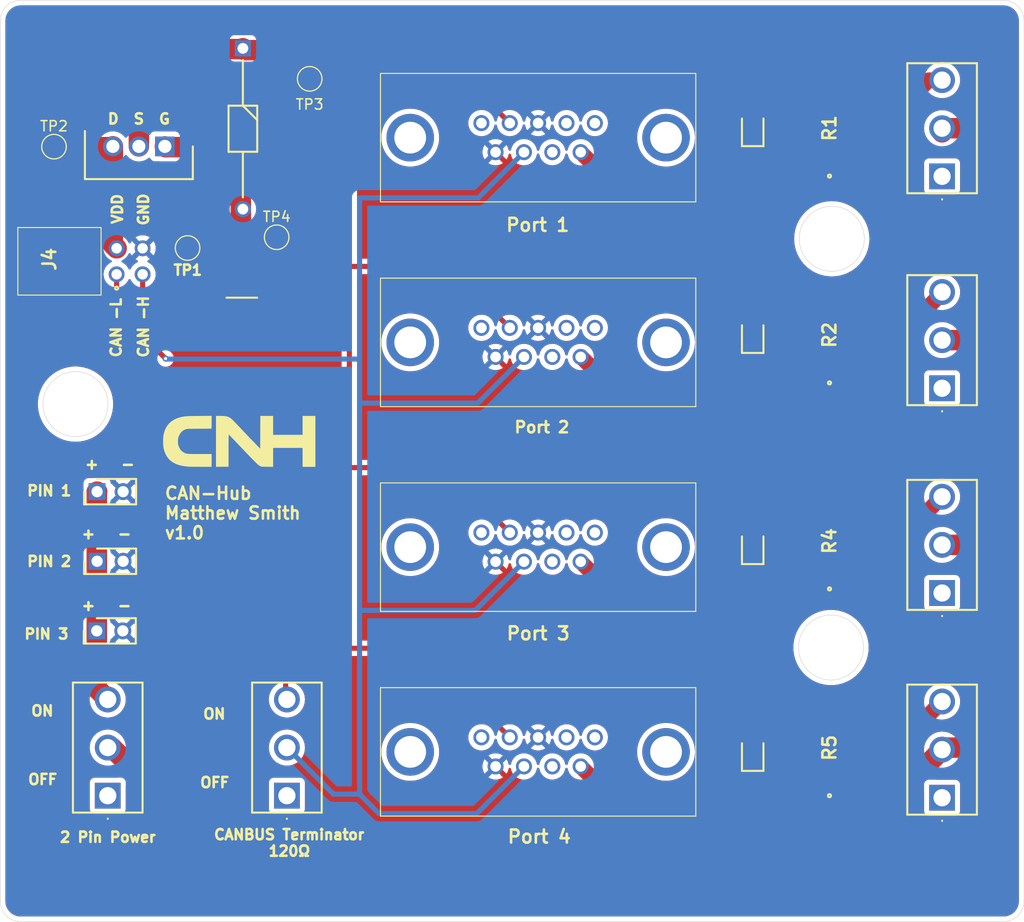
<source format=kicad_pcb>
(kicad_pcb (version 20240108) (generator "pcbnew") (generator_version "8.0")
  (layers (0 "F.Cu" signal) (31 "B.Cu" signal) (34 "B.Paste" user) (35 "F.Paste" user) (36 "B.SilkS" user "B.Silkscreen") (37 "F.SilkS" user "F.Silkscreen") (38 "B.Mask" user) (39 "F.Mask" user) (44 "Edge.Cuts" user))
  (net 0 "")
  (net 6 "Net-(S1-NO)")
  (net 9 "Net-(S2-NO)")
  (net 20 "Net-(S3-NO)")
  (net 27 "Net-(S4-NO)")
  (net 29 "Net-(LED1-A)")
  (net 30 "Net-(LED2-A)")
  (net 31 "Net-(LED3-A)")
  (net 32 "Net-(LED4-A)")
  (net 38 "VDD 12{slash}24V")
  (net 39 "CAN-H")
  (net 40 "CAN-L")
  (net 41 "GND")
  (net 42 "Switched Power")
  (net 43 "/Gain")
  (net 45 "/Input Power")
  (net 46 "Net-(S5-NO)")
  (footprint "DB9 Mount:23018262" (layer "F.Cu") (at 134.64 120.835)
    (property "Reference" "Port 4" (at 5.65 9.7 0) (layer "F.SilkS") (effects (font (size 1.27 1.27) (thickness 0.254))))
    (property "Value" "2301826-2" (hide yes))
    (fp_line (start -9.86 -4.855) (end 20.94 -4.855) (stroke (width 0.1)) (layer "F.SilkS"))
    (fp_line (start -9.86 7.695) (end -9.86 -4.855) (stroke (width 0.1)) (layer "F.SilkS"))
    (fp_line (start 20.94 -4.855) (end 20.94 7.695) (stroke (width 0.1)) (layer "F.SilkS"))
    (fp_line (start 20.94 7.695) (end -9.86 7.695) (stroke (width 0.1)) (layer "F.SilkS"))
    (pad "1" thru_hole circle (at 0 0) (size 1.56 1.56) (drill 1.04) (layers "*.Cu" "*.Mask"))
    (pad "2" thru_hole circle (at 2.77 0) (size 1.56 1.56) (drill 1.04) (layers "*.Cu" "*.Mask") (net 40 "CAN-L"))
    (pad "3" thru_hole circle (at 5.54 0) (size 1.56 1.56) (drill 1.04) (layers "*.Cu" "*.Mask") (net 41 "GND"))
    (pad "4" thru_hole circle (at 8.31 0) (size 1.56 1.56) (drill 1.04) (layers "*.Cu" "*.Mask"))
    (pad "5" thru_hole circle (at 11.08 0) (size 1.56 1.56) (drill 1.04) (layers "*.Cu" "*.Mask"))
    (pad "6" thru_hole circle (at 1.385 2.84) (size 1.56 1.56) (drill 1.04) (layers "*.Cu" "*.Mask") (net 41 "GND"))
    (pad "7" thru_hole circle (at 4.155 2.84) (size 1.56 1.56) (drill 1.04) (layers "*.Cu" "*.Mask") (net 39 "CAN-H"))
    (pad "8" thru_hole circle (at 6.925 2.84) (size 1.56 1.56) (drill 1.04) (layers "*.Cu" "*.Mask"))
    (pad "9" thru_hole circle (at 9.695 2.84) (size 1.56 1.56) (drill 1.04) (layers "*.Cu" "*.Mask") (net 27 "Net-(S4-NO)"))
    (pad "MH1" thru_hole circle (at -6.955 1.42) (size 4.65 4.65) (drill 3.1) (layers "*.Cu" "*.Mask"))
    (pad "MH2" thru_hole circle (at 18.035 1.42) (size 4.65 4.65) (drill 3.1) (layers "*.Cu" "*.Mask"))
  )
  (footprint "CNH:CNH_Logo1" (layer "F.Cu") (at 110.965 91.91)
    (property "Reference" "G***" (hide yes))
    (property "Value" "LOGO" (hide yes))
    (fp_poly (pts (xy 2.702844 -2.475) (xy 3.328276 -2.475) (xy 3.328276 -1.55) (xy 3.328276 -0.625) (xy 4.767192 -0.625) (xy 6.206108 -0.625) (xy 6.206108 -1.55) (xy 6.206108 -2.475) (xy 6.831724 -2.475) (xy 7.45734 -2.475) (xy 7.45734 0.0125) (xy 7.45734 2.5) (xy 6.831724 2.5) (xy 6.206108 2.5) (xy 6.206108 1.575) (xy 6.206108 0.65) (xy 4.767192 0.65) (xy 3.328276 0.65) (xy 3.328276 1.576689) (xy 3.328276 2.503379) (xy 2.758965 2.495439) (xy 2.189655 2.4875) (xy 2.039507 2.414761) (xy 2.007617 2.398515) (xy 1.974851 2.379583) (xy 1.939272 2.356027) (xy 1.898944 2.325909) (xy 1.851929 2.28729) (xy 1.796291 2.238231) (xy 1.730092 2.176793) (xy 1.651397 2.101039) (xy 1.558268 2.009029) (xy 1.448767 1.898825) (xy 1.32096 1.768488) (xy 1.172908 1.616081) (xy 1.002674 1.439663) (xy 0.808322 1.237297) (xy 0.587915 1.007043) (xy 0.339516 0.746965) (xy 0.061189 0.455122) (xy -0.249005 0.129576) (xy -0.358425 0.014699) (xy -0.501966 -0.135571) (xy -0.635085 -0.274092) (xy -0.753756 -0.396736) (xy -0.85395 -0.499377) (xy -0.93164 -0.577888) (xy -0.982798 -0.628141) (xy -1.003172 -0.645954) (xy -1.008067 -0.62317) (xy -1.01243 -0.552586) (xy -1.016229 -0.436399) (xy -1.019431 -0.276807) (xy -1.022006 -0.076006) (xy -1.023922 0.163805) (xy -1.025146 0.440429) (xy -1.025649 0.751669) (xy -1.025621 0.916546) (xy -1.024508 2.4875) (xy -1.638363 2.494186) (xy -2.252217 2.500873) (xy -2.252217 0.012936) (xy -2.252217 -2.475) (xy -1.858079 -2.474812) (xy -1.613896 -2.471294) (xy -1.411124 -2.459158) (xy -1.241468 -2.435642) (xy -1.096633 -2.397984) (xy -0.968327 -2.343423) (xy -0.848254 -2.269198) (xy -0.72812 -2.172548) (xy -0.607375 -2.058432) (xy -0.525337 -1.975621) (xy -0.417322 -1.86477) (xy -0.291514 -1.734381) (xy -0.156099 -1.592954) (xy -0.019262 -1.44899) (xy 0.050633 -1.375) (xy 0.16499 -1.254084) (xy 0.307577 -1.104012) (xy 0.47187 -0.931611) (xy 0.651347 -0.743708) (xy 0.839486 -0.547128) (xy 1.029764 -0.348698) (xy 1.215658 -0.155245) (xy 1.275511 -0.093057) (xy 2.064532 0.726387) (xy 2.070972 -0.874307) (xy 2.077412 -2.475001)) (fill solid) (layer "F.SilkS"))
    (fp_poly (pts (xy -2.677636 -1.853326) (xy -2.677636 -1.227243) (xy -3.885074 -1.219872) (xy -4.162514 -1.218116) (xy -4.394589 -1.216386) (xy -4.585982 -1.214467) (xy -4.741377 -1.21214) (xy -4.865456 -1.20919) (xy -4.962902 -1.205398) (xy -5.0384 -1.20055) (xy -5.096632 -1.194426) (xy -5.142283 -1.186812) (xy -5.180034 -1.177489) (xy -5.21457 -1.166242) (xy -5.239161 -1.157175) (xy -5.443623 -1.054244) (xy -5.618467 -0.911382) (xy -5.762658 -0.729699) (xy -5.875162 -0.510306) (xy -5.898609 -0.44859) (xy -5.929949 -0.352577) (xy -5.949721 -0.266302) (xy -5.960407 -0.172481) (xy -5.96449 -0.053835) (xy -5.964834 0.0125) (xy -5.96292 0.148018) (xy -5.955523 0.250908) (xy -5.94016 0.33845) (xy -5.914351 0.427927) (xy -5.898609 0.473589) (xy -5.80289 0.691329) (xy -5.683074 0.868817) (xy -5.534094 1.01205) (xy -5.350883 1.127022) (xy -5.342759 1.131124) (xy -5.286901 1.157795) (xy -5.231721 1.180166) (xy -5.172391 1.198611) (xy -5.104088 1.213508) (xy -5.021984 1.225231) (xy -4.921255 1.234155) (xy -4.797075 1.240657) (xy -4.644619 1.245111) (xy -4.45906 1.247894) (xy -4.235573 1.24938) (xy -3.969333 1.249945) (xy -3.815025 1.25) (xy -2.677636 1.25) (xy -2.677636 1.875) (xy -2.677636 2.5) (xy -3.772463 2.495999) (xy -4.005078 2.494967) (xy -4.224826 2.493646) (xy -4.426088 2.492093) (xy -4.603244 2.490369) (xy -4.750675 2.48853) (xy -4.862761 2.486638) (xy -4.933883 2.484749) (xy -4.954877 2.483613) (xy -5.289665 2.445026) (xy -5.582018 2.396548) (xy -5.838923 2.336184) (xy -6.067366 2.261937) (xy -6.274335 2.171814) (xy -6.466815 2.06382) (xy -6.500588 2.042247) (xy -6.741639 1.856752) (xy -6.94681 1.637083) (xy -7.116371 1.382815) (xy -7.25059 1.093521) (xy -7.349736 0.768775) (xy -7.373928 0.65816) (xy -7.397041 0.499966) (xy -7.412108 0.307055) (xy -7.41913 0.094058) (xy -7.418106 -0.124392) (xy -7.409035 -0.333663) (xy -7.39192 -0.519122) (xy -7.373928 -0.633161) (xy -7.285433 -0.969978) (xy -7.161274 -1.271731) (xy -7.001218 -1.538671) (xy -6.805031 -1.77105) (xy -6.572479 -1.96912) (xy -6.303328 -2.133131) (xy -5.997344 -2.263336) (xy -5.802812 -2.32349) (xy -5.693658 -2.352363) (xy -5.592556 -2.376818) (xy -5.494123 -2.397266) (xy -5.392974 -2.414122) (xy -5.283726 -2.427796) (xy -5.160994 -2.438702) (xy -5.019393 -2.447253) (xy -4.85354 -2.453859) (xy -4.658051 -2.458935) (xy -4.42754 -2.462892) (xy -4.156625 -2.466142) (xy -3.910099 -2.468486) (xy -2.677636 -2.479409)) (fill solid) (layer "F.SilkS"))
  )
  (footprint "SlideSwitch:SLW12768644AD" (layer "F.Cu") (at 179.64 126.735 90)
    (property "Reference" "S4" (hide yes))
    (property "Value" "SLW-1276864-4A-D" (hide yes))
    (fp_line (start 11.05 -3.4) (end 11.05 3.4) (stroke (width 0.2)) (layer "F.SilkS"))
    (fp_line (start -1.65 -3.4) (end 11.05 -3.4) (stroke (width 0.2)) (layer "F.SilkS"))
    (fp_line (start -2.2 0) (end -2.2 0) (stroke (width 0.1)) (layer "F.SilkS"))
    (fp_line (start -2.3 0) (end -2.3 0) (stroke (width 0.1)) (layer "F.SilkS"))
    (fp_line (start 11.05 3.4) (end -1.65 3.4) (stroke (width 0.2)) (layer "F.SilkS"))
    (fp_line (start -1.65 3.4) (end -1.65 -3.4) (stroke (width 0.2)) (layer "F.SilkS"))
    (fp_arc (start -2.2 0) (mid -2.25 0.05) (end -2.3 0) (stroke (width 0.1)) (layer "F.SilkS"))
    (fp_arc (start -2.3 0) (mid -2.25 -0.05) (end -2.2 0) (stroke (width 0.1)) (layer "F.SilkS"))
    (pad "1" thru_hole rect (at 0 0 90) (size 2.52 2.52) (drill 1.68) (layers "*.Cu" "*.Mask"))
    (pad "2" thru_hole circle (at 4.7 0 90) (size 2.52 2.52) (drill 1.68) (layers "*.Cu" "*.Mask") (net 38 "VDD 12{slash}24V"))
    (pad "3" thru_hole circle (at 9.4 0 90) (size 2.52 2.52) (drill 1.68) (layers "*.Cu" "*.Mask") (net 27 "Net-(S4-NO)"))
  )
  (footprint "R100k SMD 2W:RESC6432X65N" (layer "F.Cu") (at 111.2375 77.8875 -90)
    (property "Reference" "R6" (hide yes))
    (property "Value" "CRGH2512J100K" (hide yes))
    (fp_line (start 0 -1.5) (end 0 1.5) (stroke (width 0.2)) (layer "F.SilkS"))
    (pad "1" smd rect (at -2.4 0 270) (size 2.4 3.4) (layers "F.Cu" "F.Paste" "F.Mask") (net 43 "/Gain"))
    (pad "2" smd rect (at 2.4 0 270) (size 2.4 3.4) (layers "F.Cu" "F.Paste" "F.Mask") (net 41 "GND"))
  )
  (footprint "SlideSwitch:SLW12768644AD" (layer "F.Cu") (at 115.64 126.535 90)
    (property "Reference" "S5" (hide yes))
    (property "Value" "SLW-1276864-4A-D" (hide yes))
    (fp_line (start 11.05 -3.4) (end 11.05 3.4) (stroke (width 0.2)) (layer "F.SilkS"))
    (fp_line (start -1.65 -3.4) (end 11.05 -3.4) (stroke (width 0.2)) (layer "F.SilkS"))
    (fp_line (start -2.2 0) (end -2.2 0) (stroke (width 0.1)) (layer "F.SilkS"))
    (fp_line (start -2.3 0) (end -2.3 0) (stroke (width 0.1)) (layer "F.SilkS"))
    (fp_line (start 11.05 3.4) (end -1.65 3.4) (stroke (width 0.2)) (layer "F.SilkS"))
    (fp_line (start -1.65 3.4) (end -1.65 -3.4) (stroke (width 0.2)) (layer "F.SilkS"))
    (fp_arc (start -2.2 0) (mid -2.25 0.05) (end -2.3 0) (stroke (width 0.1)) (layer "F.SilkS"))
    (fp_arc (start -2.3 0) (mid -2.25 -0.05) (end -2.2 0) (stroke (width 0.1)) (layer "F.SilkS"))
    (pad "1" thru_hole rect (at 0 0 90) (size 2.52 2.52) (drill 1.68) (layers "*.Cu" "*.Mask"))
    (pad "2" thru_hole circle (at 4.7 0 90) (size 2.52 2.52) (drill 1.68) (layers "*.Cu" "*.Mask") (net 39 "CAN-H"))
    (pad "3" thru_hole circle (at 9.4 0 90) (size 2.52 2.52) (drill 1.68) (layers "*.Cu" "*.Mask") (net 46 "Net-(S5-NO)"))
  )
  (footprint "SlideSwitch:SLW12768644AD" (layer "F.Cu") (at 179.64 106.735 90)
    (property "Reference" "S3" (hide yes))
    (property "Value" "SLW-1276864-4A-D" (hide yes))
    (fp_line (start 11.05 -3.4) (end 11.05 3.4) (stroke (width 0.2)) (layer "F.SilkS"))
    (fp_line (start -1.65 -3.4) (end 11.05 -3.4) (stroke (width 0.2)) (layer "F.SilkS"))
    (fp_line (start -2.2 0) (end -2.2 0) (stroke (width 0.1)) (layer "F.SilkS"))
    (fp_line (start -2.3 0) (end -2.3 0) (stroke (width 0.1)) (layer "F.SilkS"))
    (fp_line (start 11.05 3.4) (end -1.65 3.4) (stroke (width 0.2)) (layer "F.SilkS"))
    (fp_line (start -1.65 3.4) (end -1.65 -3.4) (stroke (width 0.2)) (layer "F.SilkS"))
    (fp_arc (start -2.2 0) (mid -2.25 0.05) (end -2.3 0) (stroke (width 0.1)) (layer "F.SilkS"))
    (fp_arc (start -2.3 0) (mid -2.25 -0.05) (end -2.2 0) (stroke (width 0.1)) (layer "F.SilkS"))
    (pad "1" thru_hole rect (at 0 0 90) (size 2.52 2.52) (drill 1.68) (layers "*.Cu" "*.Mask"))
    (pad "2" thru_hole circle (at 4.7 0 90) (size 2.52 2.52) (drill 1.68) (layers "*.Cu" "*.Mask") (net 38 "VDD 12{slash}24V"))
    (pad "3" thru_hole circle (at 9.4 0 90) (size 2.52 2.52) (drill 1.68) (layers "*.Cu" "*.Mask") (net 20 "Net-(S3-NO)"))
  )
  (footprint "DB9 Mount:23018262" (layer "F.Cu") (at 134.64 100.835)
    (property "Reference" "Port 3" (at 5.55 9.85 0) (layer "F.SilkS") (effects (font (size 1.27 1.27) (thickness 0.254))))
    (property "Value" "2301826-2" (hide yes))
    (fp_line (start -9.86 -4.855) (end 20.94 -4.855) (stroke (width 0.1)) (layer "F.SilkS"))
    (fp_line (start -9.86 7.695) (end -9.86 -4.855) (stroke (width 0.1)) (layer "F.SilkS"))
    (fp_line (start 20.94 -4.855) (end 20.94 7.695) (stroke (width 0.1)) (layer "F.SilkS"))
    (fp_line (start 20.94 7.695) (end -9.86 7.695) (stroke (width 0.1)) (layer "F.SilkS"))
    (pad "1" thru_hole circle (at 0 0) (size 1.56 1.56) (drill 1.04) (layers "*.Cu" "*.Mask"))
    (pad "2" thru_hole circle (at 2.77 0) (size 1.56 1.56) (drill 1.04) (layers "*.Cu" "*.Mask") (net 40 "CAN-L"))
    (pad "3" thru_hole circle (at 5.54 0) (size 1.56 1.56) (drill 1.04) (layers "*.Cu" "*.Mask") (net 41 "GND"))
    (pad "4" thru_hole circle (at 8.31 0) (size 1.56 1.56) (drill 1.04) (layers "*.Cu" "*.Mask"))
    (pad "5" thru_hole circle (at 11.08 0) (size 1.56 1.56) (drill 1.04) (layers "*.Cu" "*.Mask"))
    (pad "6" thru_hole circle (at 1.385 2.84) (size 1.56 1.56) (drill 1.04) (layers "*.Cu" "*.Mask") (net 41 "GND"))
    (pad "7" thru_hole circle (at 4.155 2.84) (size 1.56 1.56) (drill 1.04) (layers "*.Cu" "*.Mask") (net 39 "CAN-H"))
    (pad "8" thru_hole circle (at 6.925 2.84) (size 1.56 1.56) (drill 1.04) (layers "*.Cu" "*.Mask"))
    (pad "9" thru_hole circle (at 9.695 2.84) (size 1.56 1.56) (drill 1.04) (layers "*.Cu" "*.Mask") (net 20 "Net-(S3-NO)"))
    (pad "MH1" thru_hole circle (at -6.955 1.42) (size 4.65 4.65) (drill 3.1) (layers "*.Cu" "*.Mask"))
    (pad "MH2" thru_hole circle (at 18.035 1.42) (size 4.65 4.65) (drill 3.1) (layers "*.Cu" "*.Mask"))
  )
  (footprint "TestPoint:TestPoint_Pad_D2.0mm" (layer "F.Cu") (at 105.94 73.035 180)
    (property "Reference" "TP1" (hide yes))
    (property "Value" "TestPoint")
    (fp_circle (center 0 0) (end 0 1.2) (stroke (width 0.12)) (fill none) (layer "F.SilkS"))
    (pad "1" smd circle (at 0 0 180) (size 2 2) (layers "F.Cu" "F.Mask") (net 41 "GND"))
  )
  (footprint "SlideSwitch:SLW12768644AD" (layer "F.Cu") (at 98.14 126.535 90)
    (property "Reference" "S6" (hide yes))
    (property "Value" "SLW-1276864-4A-D" (hide yes))
    (fp_line (start 11.05 -3.4) (end 11.05 3.4) (stroke (width 0.2)) (layer "F.SilkS"))
    (fp_line (start -1.65 -3.4) (end 11.05 -3.4) (stroke (width 0.2)) (layer "F.SilkS"))
    (fp_line (start -2.2 0) (end -2.2 0) (stroke (width 0.1)) (layer "F.SilkS"))
    (fp_line (start -2.3 0) (end -2.3 0) (stroke (width 0.1)) (layer "F.SilkS"))
    (fp_line (start 11.05 3.4) (end -1.65 3.4) (stroke (width 0.2)) (layer "F.SilkS"))
    (fp_line (start -1.65 3.4) (end -1.65 -3.4) (stroke (width 0.2)) (layer "F.SilkS"))
    (fp_arc (start -2.2 0) (mid -2.25 0.05) (end -2.3 0) (stroke (width 0.1)) (layer "F.SilkS"))
    (fp_arc (start -2.3 0) (mid -2.25 -0.05) (end -2.2 0) (stroke (width 0.1)) (layer "F.SilkS"))
    (pad "1" thru_hole rect (at 0 0 90) (size 2.52 2.52) (drill 1.68) (layers "*.Cu" "*.Mask"))
    (pad "2" thru_hole circle (at 4.7 0 90) (size 2.52 2.52) (drill 1.68) (layers "*.Cu" "*.Mask") (net 38 "VDD 12{slash}24V"))
    (pad "3" thru_hole circle (at 9.4 0 90) (size 2.52 2.52) (drill 1.68) (layers "*.Cu" "*.Mask") (net 42 "Switched Power"))
  )
  (footprint "TestPoint:TestPoint_Pad_D2.0mm" (layer "F.Cu") (at 92.89 63.135)
    (property "Reference" "TP2" (at 0 -1.998 0) (layer "F.SilkS"))
    (property "Value" "TestPoint")
    (fp_circle (center 0 0) (end 0 1.2) (stroke (width 0.12)) (fill none) (layer "F.SilkS"))
    (pad "1" smd circle (at 0 0) (size 2 2) (layers "F.Cu" "F.Mask") (net 45 "/Input Power"))
  )
  (footprint "SlideSwitch:SLW12768644AD" (layer "F.Cu") (at 179.64 66.035 90)
    (property "Reference" "S1" (hide yes))
    (property "Value" "SLW-1276864-4A-D" (hide yes))
    (fp_line (start 11.05 -3.4) (end 11.05 3.4) (stroke (width 0.2)) (layer "F.SilkS"))
    (fp_line (start -1.65 -3.4) (end 11.05 -3.4) (stroke (width 0.2)) (layer "F.SilkS"))
    (fp_line (start -2.2 0) (end -2.2 0) (stroke (width 0.1)) (layer "F.SilkS"))
    (fp_line (start -2.3 0) (end -2.3 0) (stroke (width 0.1)) (layer "F.SilkS"))
    (fp_line (start 11.05 3.4) (end -1.65 3.4) (stroke (width 0.2)) (layer "F.SilkS"))
    (fp_line (start -1.65 3.4) (end -1.65 -3.4) (stroke (width 0.2)) (layer "F.SilkS"))
    (fp_arc (start -2.2 0) (mid -2.25 0.05) (end -2.3 0) (stroke (width 0.1)) (layer "F.SilkS"))
    (fp_arc (start -2.3 0) (mid -2.25 -0.05) (end -2.2 0) (stroke (width 0.1)) (layer "F.SilkS"))
    (pad "1" thru_hole rect (at 0 0 90) (size 2.52 2.52) (drill 1.68) (layers "*.Cu" "*.Mask"))
    (pad "2" thru_hole circle (at 4.7 0 90) (size 2.52 2.52) (drill 1.68) (layers "*.Cu" "*.Mask") (net 38 "VDD 12{slash}24V"))
    (pad "3" thru_hole circle (at 9.4 0 90) (size 2.52 2.52) (drill 1.68) (layers "*.Cu" "*.Mask") (net 6 "Net-(S1-NO)"))
  )
  (footprint "2pin:HDRV2W64P0X254_1X2_508X248X838P" (layer "F.Cu") (at 97.1 103.635 180)
    (property "Reference" "J7" (hide yes))
    (property "Value" "HTSW-102-07-G-S" (hide yes))
    (fp_line (start 1.27 -1.24) (end 1.27 0) (stroke (width 0.2)) (layer "F.SilkS"))
    (fp_line (start 0 1.24) (end -3.81 1.24) (stroke (width 0.2)) (layer "F.SilkS"))
    (fp_line (start -3.81 1.24) (end -3.81 -1.24) (stroke (width 0.2)) (layer "F.SilkS"))
    (fp_line (start -3.81 -1.24) (end 1.27 -1.24) (stroke (width 0.2)) (layer "F.SilkS"))
    (pad "1" thru_hole rect (at 0 0 180) (size 1.65 1.65) (drill 1.1) (layers "*.Cu" "*.Mask") (net 42 "Switched Power"))
    (pad "2" thru_hole circle (at -2.54 0 180) (size 1.65 1.65) (drill 1.1) (layers "*.Cu" "*.Mask") (net 41 "GND"))
  )
  (footprint "REDLED:LEDC2012X80N" (layer "F.Cu") (at 161.14 61.335 90)
    (property "Reference" "LED1" (hide yes))
    (property "Value" "150080RS75000" (hide yes))
    (fp_line (start 0.95 -1.05) (end -1.75 -1.05) (stroke (width 0.2)) (layer "F.SilkS"))
    (fp_line (start -1.75 -1.05) (end -1.75 1.05) (stroke (width 0.2)) (layer "F.SilkS"))
    (fp_line (start -1.75 1.05) (end 0.95 1.05) (stroke (width 0.2)) (layer "F.SilkS"))
    (pad "1" smd rect (at -0.95 0 90) (size 0.9 1.4) (layers "F.Cu" "F.Paste" "F.Mask") (net 41 "GND"))
    (pad "2" smd rect (at 0.95 0 90) (size 0.9 1.4) (layers "F.Cu" "F.Paste" "F.Mask") (net 29 "Net-(LED1-A)"))
  )
  (footprint "ConnectorHeading:IPL1-102-01-YYY-D-RA-K" (layer "F.Cu") (at 99.0075 75.605 90)
    (property "Reference" "J4" (at 1.47 -6.5675 -90) (layer "F.SilkS") (effects (font (size 1.27 1.27) (thickness 0.254))))
    (property "Value" "IPL1-102-01-L-D-RA-K" (hide yes))
    (fp_line (start 4.57 -9.65) (end 4.57 -1.52) (stroke (width 0.1)) (layer "F.SilkS"))
    (fp_line (start -2.03 -9.65) (end 4.57 -9.65) (stroke (width 0.1)) (layer "F.SilkS"))
    (fp_line (start 4.57 -1.52) (end -2.03 -1.52) (stroke (width 0.1)) (layer "F.SilkS"))
    (fp_line (start -2.03 -1.52) (end -2.03 -9.65) (stroke (width 0.1)) (layer "F.SilkS"))
    (fp_circle (center -1.35 0) (end -1.35 0.05) (stroke (width 0.2)) (fill none) (layer "F.SilkS"))
    (pad "1" thru_hole circle (at 0 0 90) (size 1.55 1.55) (drill 1.02) (layers "*.Cu" "*.Mask") (net 40 "CAN-L"))
    (pad "2" thru_hole circle (at 2.54 0 90) (size 1.55 1.55) (drill 1.02) (layers "*.Cu" "*.Mask") (net 45 "/Input Power"))
    (pad "3" thru_hole circle (at 0 2.54 90) (size 1.55 1.55) (drill 1.02) (layers "*.Cu" "*.Mask") (net 39 "CAN-H"))
    (pad "4" thru_hole circle (at 2.54 2.54 90) (size 1.55 1.55) (drill 1.02) (layers "*.Cu" "*.Mask") (net 41 "GND"))
  )
  (footprint "REDLED:LEDC2012X80N" (layer "F.Cu") (at 161.14 122.36 90)
    (property "Reference" "LED4" (hide yes))
    (property "Value" "150080RS75000" (hide yes))
    (fp_line (start 0.95 -1.05) (end -1.75 -1.05) (stroke (width 0.2)) (layer "F.SilkS"))
    (fp_line (start -1.75 -1.05) (end -1.75 1.05) (stroke (width 0.2)) (layer "F.SilkS"))
    (fp_line (start -1.75 1.05) (end 0.95 1.05) (stroke (width 0.2)) (layer "F.SilkS"))
    (pad "1" smd rect (at -0.95 0 90) (size 0.9 1.4) (layers "F.Cu" "F.Paste" "F.Mask") (net 41 "GND"))
    (pad "2" smd rect (at 0.95 0 90) (size 0.9 1.4) (layers "F.Cu" "F.Paste" "F.Mask") (net 32 "Net-(LED4-A)"))
  )
  (footprint "Zener Diode:DIOAD1570W85L450D280" (layer "F.Cu") (at 111.34 53.535 -90)
    (property "Reference" "Z1" (hide yes))
    (property "Value" "1N4740A" (hide yes))
    (fp_line (start 5.6 1.4) (end 5.6 -1.4) (stroke (width 0.2)) (layer "F.SilkS"))
    (fp_line (start 10.1 1.4) (end 5.6 1.4) (stroke (width 0.2)) (layer "F.SilkS"))
    (fp_line (start 1.138 0) (end 5.6 0) (stroke (width 0.2)) (layer "F.SilkS"))
    (fp_line (start 5.6 0) (end 7 -1.4) (stroke (width 0.2)) (layer "F.SilkS"))
    (fp_line (start 10.1 0) (end 14.562 0) (stroke (width 0.2)) (layer "F.SilkS"))
    (fp_line (start 5.6 -1.4) (end 10.1 -1.4) (stroke (width 0.2)) (layer "F.SilkS"))
    (fp_line (start 10.1 -1.4) (end 10.1 1.4) (stroke (width 0.2)) (layer "F.SilkS"))
    (pad "1" thru_hole rect (at 0 0 270) (size 1.575 1.575) (drill 1.05) (layers "*.Cu" "*.Mask") (net 38 "VDD 12{slash}24V"))
    (pad "2" thru_hole circle (at 15.7 0 270) (size 1.575 1.575) (drill 1.05) (layers "*.Cu" "*.Mask") (net 43 "/Gain"))
  )
  (footprint "SlideSwitch:SLW12768644AD" (layer "F.Cu") (at 179.64 86.735 90)
    (property "Reference" "S2" (hide yes))
    (property "Value" "SLW-1276864-4A-D" (hide yes))
    (fp_line (start 11.05 -3.4) (end 11.05 3.4) (stroke (width 0.2)) (layer "F.SilkS"))
    (fp_line (start -1.65 -3.4) (end 11.05 -3.4) (stroke (width 0.2)) (layer "F.SilkS"))
    (fp_line (start -2.2 0) (end -2.2 0) (stroke (width 0.1)) (layer "F.SilkS"))
    (fp_line (start -2.3 0) (end -2.3 0) (stroke (width 0.1)) (layer "F.SilkS"))
    (fp_line (start 11.05 3.4) (end -1.65 3.4) (stroke (width 0.2)) (layer "F.SilkS"))
    (fp_line (start -1.65 3.4) (end -1.65 -3.4) (stroke (width 0.2)) (layer "F.SilkS"))
    (fp_arc (start -2.2 0) (mid -2.25 0.05) (end -2.3 0) (stroke (width 0.1)) (layer "F.SilkS"))
    (fp_arc (start -2.3 0) (mid -2.25 -0.05) (end -2.2 0) (stroke (width 0.1)) (layer "F.SilkS"))
    (pad "1" thru_hole rect (at 0 0 90) (size 2.52 2.52) (drill 1.68) (layers "*.Cu" "*.Mask"))
    (pad "2" thru_hole circle (at 4.7 0 90) (size 2.52 2.52) (drill 1.68) (layers "*.Cu" "*.Mask") (net 38 "VDD 12{slash}24V"))
    (pad "3" thru_hole circle (at 9.4 0 90) (size 2.52 2.52) (drill 1.68) (layers "*.Cu" "*.Mask") (net 9 "Net-(S2-NO)"))
  )
  (footprint "2pin:HDRV2W64P0X254_1X2_508X248X838P" (layer "F.Cu") (at 97.1 96.835 180)
    (property "Reference" "J6" (hide yes))
    (property "Value" "HTSW-102-07-G-S" (hide yes))
    (fp_line (start 1.27 -1.24) (end 1.27 0) (stroke (width 0.2)) (layer "F.SilkS"))
    (fp_line (start 0 1.24) (end -3.81 1.24) (stroke (width 0.2)) (layer "F.SilkS"))
    (fp_line (start -3.81 1.24) (end -3.81 -1.24) (stroke (width 0.2)) (layer "F.SilkS"))
    (fp_line (start -3.81 -1.24) (end 1.27 -1.24) (stroke (width 0.2)) (layer "F.SilkS"))
    (pad "1" thru_hole rect (at 0 0 180) (size 1.65 1.65) (drill 1.1) (layers "*.Cu" "*.Mask") (net 42 "Switched Power"))
    (pad "2" thru_hole circle (at -2.54 0 180) (size 1.65 1.65) (drill 1.1) (layers "*.Cu" "*.Mask") (net 41 "GND"))
  )
  (footprint "TestPoint:TestPoint_Pad_D2.0mm" (layer "F.Cu") (at 117.865 56.51)
    (property "Reference" "TP3" (at 0 2.5 0) (layer "F.SilkS"))
    (property "Value" "TestPoint")
    (fp_circle (center 0 0) (end 0 1.2) (stroke (width 0.12)) (fill none) (layer "F.SilkS"))
    (pad "1" smd circle (at 0 0) (size 2 2) (layers "F.Cu" "F.Mask") (net 38 "VDD 12{slash}24V"))
  )
  (footprint "R1100 1W:ERJS1T_U1T__2512_" (layer "F.Cu") (at 168.64 61.335 90)
    (property "Reference" "R1" (at 0 0 -90) (layer "F.SilkS") (effects (font (size 1.27 1.27) (thickness 0.254))))
    (property "Value" "1.1K 1W" (hide yes))
    (fp_circle (center -4.675 0) (end -4.675 0.05) (stroke (width 0.2)) (fill none) (layer "F.SilkS"))
    (pad "1" smd rect (at -3.325 0 90) (size 1.45 2.9) (layers "F.Cu" "F.Paste" "F.Mask") (net 6 "Net-(S1-NO)"))
    (pad "2" smd rect (at 3.325 0 90) (size 1.45 2.9) (layers "F.Cu" "F.Paste" "F.Mask") (net 29 "Net-(LED1-A)"))
  )
  (footprint "P-connection MOSFET:TO254P469X1042X1967-3P" (layer "F.Cu") (at 103.72 63.11 180)
    (property "Reference" "Q1" (hide yes))
    (property "Value" "IRF9Z34NPBF" (hide yes))
    (fp_line (start 7.81 1.495) (end 7.81 -3.195) (stroke (width 0.2)) (layer "F.SilkS"))
    (fp_line (start 7.81 -3.195) (end -2.73 -3.195) (stroke (width 0.2)) (layer "F.SilkS"))
    (fp_line (start -2.73 -3.195) (end -2.73 0) (stroke (width 0.2)) (layer "F.SilkS"))
    (pad "1" thru_hole rect (at 0 0 180) (size 1.92 1.92) (drill 1.28) (layers "*.Cu" "*.Mask") (net 43 "/Gain"))
    (pad "2" thru_hole circle (at 2.54 0 180) (size 1.92 1.92) (drill 1.28) (layers "*.Cu" "*.Mask") (net 38 "VDD 12{slash}24V"))
    (pad "3" thru_hole circle (at 5.08 0 180) (size 1.92 1.92) (drill 1.28) (layers "*.Cu" "*.Mask") (net 45 "/Input Power"))
  )
  (footprint "DB9 Mount:23018262" (layer "F.Cu") (at 134.64 80.835)
    (property "Reference" "J2" (hide yes))
    (property "Value" "2301826-2" (hide yes))
    (fp_line (start -9.86 -4.855) (end 20.94 -4.855) (stroke (width 0.1)) (layer "F.SilkS"))
    (fp_line (start -9.86 7.695) (end -9.86 -4.855) (stroke (width 0.1)) (layer "F.SilkS"))
    (fp_line (start 20.94 -4.855) (end 20.94 7.695) (stroke (width 0.1)) (layer "F.SilkS"))
    (fp_line (start 20.94 7.695) (end -9.86 7.695) (stroke (width 0.1)) (layer "F.SilkS"))
    (pad "1" thru_hole circle (at 0 0) (size 1.56 1.56) (drill 1.04) (layers "*.Cu" "*.Mask"))
    (pad "2" thru_hole circle (at 2.77 0) (size 1.56 1.56) (drill 1.04) (layers "*.Cu" "*.Mask") (net 40 "CAN-L"))
    (pad "3" thru_hole circle (at 5.54 0) (size 1.56 1.56) (drill 1.04) (layers "*.Cu" "*.Mask") (net 41 "GND"))
    (pad "4" thru_hole circle (at 8.31 0) (size 1.56 1.56) (drill 1.04) (layers "*.Cu" "*.Mask"))
    (pad "5" thru_hole circle (at 11.08 0) (size 1.56 1.56) (drill 1.04) (layers "*.Cu" "*.Mask"))
    (pad "6" thru_hole circle (at 1.385 2.84) (size 1.56 1.56) (drill 1.04) (layers "*.Cu" "*.Mask") (net 41 "GND"))
    (pad "7" thru_hole circle (at 4.155 2.84) (size 1.56 1.56) (drill 1.04) (layers "*.Cu" "*.Mask") (net 39 "CAN-H"))
    (pad "8" thru_hole circle (at 6.925 2.84) (size 1.56 1.56) (drill 1.04) (layers "*.Cu" "*.Mask"))
    (pad "9" thru_hole circle (at 9.695 2.84) (size 1.56 1.56) (drill 1.04) (layers "*.Cu" "*.Mask") (net 9 "Net-(S2-NO)"))
    (pad "MH1" thru_hole circle (at -6.955 1.42) (size 4.65 4.65) (drill 3.1) (layers "*.Cu" "*.Mask"))
    (pad "MH2" thru_hole circle (at 18.035 1.42) (size 4.65 4.65) (drill 3.1) (layers "*.Cu" "*.Mask"))
  )
  (footprint "2pin:HDRV2W64P0X254_1X2_508X248X838P" (layer "F.Cu") (at 97.07 110.435 180)
    (property "Reference" "J8" (hide yes))
    (property "Value" "HTSW-102-07-G-S" (hide yes))
    (fp_line (start 1.27 -1.24) (end 1.27 0) (stroke (width 0.2)) (layer "F.SilkS"))
    (fp_line (start 0 1.24) (end -3.81 1.24) (stroke (width 0.2)) (layer "F.SilkS"))
    (fp_line (start -3.81 1.24) (end -3.81 -1.24) (stroke (width 0.2)) (layer "F.SilkS"))
    (fp_line (start -3.81 -1.24) (end 1.27 -1.24) (stroke (width 0.2)) (layer "F.SilkS"))
    (pad "1" thru_hole rect (at 0 0 180) (size 1.65 1.65) (drill 1.1) (layers "*.Cu" "*.Mask") (net 42 "Switched Power"))
    (pad "2" thru_hole circle (at -2.54 0 180) (size 1.65 1.65) (drill 1.1) (layers "*.Cu" "*.Mask") (net 41 "GND"))
  )
  (footprint "R1100 1W:ERJS1T_U1T__2512_" (layer "F.Cu") (at 168.64 121.86 90)
    (property "Reference" "R5" (at 0 0 -90) (layer "F.SilkS") (effects (font (size 1.27 1.27) (thickness 0.254))))
    (property "Value" "1.1K 1W" (hide yes))
    (fp_circle (center -4.675 0) (end -4.675 0.05) (stroke (width 0.2)) (fill none) (layer "F.SilkS"))
    (pad "1" smd rect (at -3.325 0 90) (size 1.45 2.9) (layers "F.Cu" "F.Paste" "F.Mask") (net 27 "Net-(S4-NO)"))
    (pad "2" smd rect (at 3.325 0 90) (size 1.45 2.9) (layers "F.Cu" "F.Paste" "F.Mask") (net 32 "Net-(LED4-A)"))
  )
  (footprint "R1100 1W:ERJS1T_U1T__2512_" (layer "F.Cu") (at 168.64 101.66 90)
    (property "Reference" "R4" (at 0 0 -90) (layer "F.SilkS") (effects (font (size 1.27 1.27) (thickness 0.254))))
    (property "Value" "1.1K 1W" (hide yes))
    (fp_circle (center -4.675 0) (end -4.675 0.05) (stroke (width 0.2)) (fill none) (layer "F.SilkS"))
    (pad "1" smd rect (at -3.325 0 90) (size 1.45 2.9) (layers "F.Cu" "F.Paste" "F.Mask") (net 20 "Net-(S3-NO)"))
    (pad "2" smd rect (at 3.325 0 90) (size 1.45 2.9) (layers "F.Cu" "F.Paste" "F.Mask") (net 31 "Net-(LED3-A)"))
  )
  (footprint "DB9 Mount:23018262" (layer "F.Cu") (at 134.64 60.835)
    (property "Reference" "Port 1" (at 5.5 9.95 0) (layer "F.SilkS") (effects (font (size 1.27 1.27) (thickness 0.254))))
    (property "Value" "2301826-2" (hide yes))
    (fp_line (start -9.86 -4.855) (end 20.94 -4.855) (stroke (width 0.1)) (layer "F.SilkS"))
    (fp_line (start -9.86 7.695) (end -9.86 -4.855) (stroke (width 0.1)) (layer "F.SilkS"))
    (fp_line (start 20.94 -4.855) (end 20.94 7.695) (stroke (width 0.1)) (layer "F.SilkS"))
    (fp_line (start 20.94 7.695) (end -9.86 7.695) (stroke (width 0.1)) (layer "F.SilkS"))
    (pad "1" thru_hole circle (at 0 0) (size 1.56 1.56) (drill 1.04) (layers "*.Cu" "*.Mask"))
    (pad "2" thru_hole circle (at 2.77 0) (size 1.56 1.56) (drill 1.04) (layers "*.Cu" "*.Mask") (net 40 "CAN-L"))
    (pad "3" thru_hole circle (at 5.54 0) (size 1.56 1.56) (drill 1.04) (layers "*.Cu" "*.Mask") (net 41 "GND"))
    (pad "4" thru_hole circle (at 8.31 0) (size 1.56 1.56) (drill 1.04) (layers "*.Cu" "*.Mask"))
    (pad "5" thru_hole circle (at 11.08 0) (size 1.56 1.56) (drill 1.04) (layers "*.Cu" "*.Mask"))
    (pad "6" thru_hole circle (at 1.385 2.84) (size 1.56 1.56) (drill 1.04) (layers "*.Cu" "*.Mask") (net 41 "GND"))
    (pad "7" thru_hole circle (at 4.155 2.84) (size 1.56 1.56) (drill 1.04) (layers "*.Cu" "*.Mask") (net 39 "CAN-H"))
    (pad "8" thru_hole circle (at 6.925 2.84) (size 1.56 1.56) (drill 1.04) (layers "*.Cu" "*.Mask"))
    (pad "9" thru_hole circle (at 9.695 2.84) (size 1.56 1.56) (drill 1.04) (layers "*.Cu" "*.Mask") (net 6 "Net-(S1-NO)"))
    (pad "MH1" thru_hole circle (at -6.955 1.42) (size 4.65 4.65) (drill 3.1) (layers "*.Cu" "*.Mask"))
    (pad "MH2" thru_hole circle (at 18.035 1.42) (size 4.65 4.65) (drill 3.1) (layers "*.Cu" "*.Mask"))
  )
  (footprint "TestPoint:TestPoint_Pad_D2.0mm" (layer "F.Cu") (at 114.64 71.985)
    (property "Reference" "TP4" (at 0 -1.998 0) (layer "F.SilkS"))
    (property "Value" "TestPoint")
    (fp_circle (center 0 0) (end 0 1.2) (stroke (width 0.12)) (fill none) (layer "F.SilkS"))
    (pad "1" smd circle (at 0 0) (size 2 2) (layers "F.Cu" "F.Mask") (net 43 "/Gain"))
  )
  (footprint "R1100 1W:ERJS1T_U1T__2512_" (layer "F.Cu") (at 168.64 81.535 90)
    (property "Reference" "R2" (at 0 0 -90) (layer "F.SilkS") (effects (font (size 1.27 1.27) (thickness 0.254))))
    (property "Value" "1.1K 1W" (hide yes))
    (fp_circle (center -4.675 0) (end -4.675 0.05) (stroke (width 0.2)) (fill none) (layer "F.SilkS"))
    (pad "1" smd rect (at -3.325 0 90) (size 1.45 2.9) (layers "F.Cu" "F.Paste" "F.Mask") (net 9 "Net-(S2-NO)"))
    (pad "2" smd rect (at 3.325 0 90) (size 1.45 2.9) (layers "F.Cu" "F.Paste" "F.Mask") (net 30 "Net-(LED2-A)"))
  )
  (footprint "REDLED:LEDC2012X80N" (layer "F.Cu") (at 161.14 81.535 90)
    (property "Reference" "LED2" (hide yes))
    (property "Value" "150080RS75000" (hide yes))
    (fp_line (start 0.95 -1.05) (end -1.75 -1.05) (stroke (width 0.2)) (layer "F.SilkS"))
    (fp_line (start -1.75 -1.05) (end -1.75 1.05) (stroke (width 0.2)) (layer "F.SilkS"))
    (fp_line (start -1.75 1.05) (end 0.95 1.05) (stroke (width 0.2)) (layer "F.SilkS"))
    (pad "1" smd rect (at -0.95 0 90) (size 0.9 1.4) (layers "F.Cu" "F.Paste" "F.Mask") (net 41 "GND"))
    (pad "2" smd rect (at 0.95 0 90) (size 0.9 1.4) (layers "F.Cu" "F.Paste" "F.Mask") (net 30 "Net-(LED2-A)"))
  )
  (footprint "R120 SMD 1W:RESC1220X65N" (layer "F.Cu") (at 116.078 112.135)
    (property "Reference" "R3" (hide yes))
    (property "Value" "LTR10EZPF1200" (hide yes))
    (pad "1" smd rect (at -0.562 0) (size 0.925 2.15) (layers "F.Cu" "F.Paste" "F.Mask") (net 46 "Net-(S5-NO)"))
    (pad "2" smd rect (at 0.564 0) (size 0.925 2.15) (layers "F.Cu" "F.Paste" "F.Mask") (net 40 "CAN-L"))
  )
  (footprint "REDLED:LEDC2012X80N" (layer "F.Cu") (at 161.14 102.16 90)
    (property "Reference" "LED3" (hide yes))
    (property "Value" "150080RS75000" (hide yes))
    (fp_line (start 0.95 -1.05) (end -1.75 -1.05) (stroke (width 0.2)) (layer "F.SilkS"))
    (fp_line (start -1.75 -1.05) (end -1.75 1.05) (stroke (width 0.2)) (layer "F.SilkS"))
    (fp_line (start -1.75 1.05) (end 0.95 1.05) (stroke (width 0.2)) (layer "F.SilkS"))
    (pad "1" smd rect (at -0.95 0 90) (size 0.9 1.4) (layers "F.Cu" "F.Paste" "F.Mask") (net 41 "GND"))
    (pad "2" smd rect (at 0.95 0 90) (size 0.9 1.4) (layers "F.Cu" "F.Paste" "F.Mask") (net 31 "Net-(LED3-A)"))
  )
  (gr_line (start 87.64 136.835) (end 87.64 50.835) (stroke (width 0.05)) (layer "Edge.Cuts"))
  (gr_line (start 185.64 138.835) (end 89.64 138.835) (stroke (width 0.05)) (layer "Edge.Cuts"))
  (gr_arc (start 87.64 50.835) (mid 88.225786 49.420786) (end 89.64 48.835) (stroke (width 0.05)) (layer "Edge.Cuts"))
  (gr_circle (center 168.79 112.06) (end 168.74 115.235) (stroke (width 0.05)) (fill none) (layer "Edge.Cuts"))
  (gr_circle (center 168.865 72.135) (end 168.815 75.31) (stroke (width 0.05)) (fill none) (layer "Edge.Cuts"))
  (gr_arc (start 187.64 136.835) (mid 187.054214 138.249214) (end 185.64 138.835) (stroke (width 0.05)) (layer "Edge.Cuts"))
  (gr_line (start 187.64 50.835) (end 187.64 136.835) (stroke (width 0.05)) (layer "Edge.Cuts"))
  (gr_arc (start 185.64 48.835) (mid 187.054214 49.420786) (end 187.64 50.835) (stroke (width 0.05)) (layer "Edge.Cuts"))
  (gr_circle (center 94.989607 88.285) (end 94.939607 91.46) (stroke (width 0.05)) (fill none) (layer "Edge.Cuts"))
  (gr_arc (start 89.64 138.835) (mid 88.225786 138.249214) (end 87.64 136.835) (stroke (width 0.05)) (layer "Edge.Cuts"))
  (gr_line (start 89.64 48.835) (end 185.64 48.835) (stroke (width 0.05)) (layer "Edge.Cuts"))
  (gr_text "CAN-Hub\nMatthew Smith\nv1.0" (at 103.59 101.56 0) (layer "F.SilkS") (effects (font (size 1.2 1.2) (thickness 0.25) (bold yes)) (justify left bottom)))
  (gr_text "CAN -H\n\n" (at 103.815 83.86 90) (layer "F.SilkS") (effects (font (size 1 1) (thickness 0.25) (bold yes)) (justify left bottom)))
  (gr_text "D  S  G" (at 98.015 61.01 0) (layer "F.SilkS") (effects (font (size 1 1) (thickness 0.25) (bold yes)) (justify left bottom)))
  (gr_text "+   -\n" (at 95.47 108.535 0) (layer "F.SilkS") (effects (font (size 1 1) (thickness 0.25) (bold yes)) (justify left bottom)))
  (gr_text "CAN -L\n" (at 99.54 83.835 90) (layer "F.SilkS") (effects (font (size 1 1) (thickness 0.25) (bold yes)) (justify left bottom)))
  (gr_text "PIN 1\n" (at 90.14 97.335 0) (layer "F.SilkS") (effects (font (size 1 1) (thickness 0.25) (bold yes)) (justify left bottom)))
  (gr_text "PIN 3\n\n" (at 89.87 112.935 0) (layer "F.SilkS") (effects (font (size 1 1) (thickness 0.25) (bold yes)) (justify left bottom)))
  (gr_text "TP1\n" (at 104.44 75.785 0) (layer "F.SilkS") (effects (font (size 1 1) (thickness 0.25) (bold yes)) (justify left bottom)))
  (gr_text "GND\n" (at 102.215 70.96 90) (layer "F.SilkS") (effects (font (size 1 1) (thickness 0.25) (bold yes)) (justify left bottom)))
  (gr_text "Port 2\n" (at 137.74 91.185 0) (layer "F.SilkS") (effects (font (size 1.1 1.1) (thickness 0.25) (bold yes)) (justify left bottom)))
  (gr_text "2 Pin Power\n" (at 93.34 131.175 0) (layer "F.SilkS") (effects (font (size 1 1) (thickness 0.25) (bold yes)) (justify left bottom)))
  (gr_text "OFF\n" (at 90.24 125.535 0) (layer "F.SilkS") (effects (font (size 1 1) (thickness 0.25) (bold yes)) (justify left bottom)))
  (gr_text "PIN 2\n" (at 90.14 104.235 0) (layer "F.SilkS") (effects (font (size 1 1) (thickness 0.25) (bold yes)) (justify left bottom)))
  (gr_text "ON\n" (at 90.54 118.835 0) (layer "F.SilkS") (effects (font (size 1 1) (thickness 0.25) (bold yes)) (justify left bottom)))
  (gr_text "VDD\n" (at 99.665 70.81 90) (layer "F.SilkS") (effects (font (size 1 1) (thickness 0.25) (bold yes)) (justify left bottom)))
  (gr_text "+   -\n" (at 95.8 94.735 0) (layer "F.SilkS") (effects (font (size 1 1) (thickness 0.25) (bold yes)) (justify left bottom)))
  (gr_text "OFF\n" (at 107.04 125.835 0) (layer "F.SilkS") (effects (font (size 1 1) (thickness 0.25) (bold yes)) (justify left bottom)))
  (gr_text "CANBUS Terminator\n       120Ω" (at 108.39 132.535 0) (layer "F.SilkS") (effects (font (size 1 1) (thickness 0.25) (bold yes)) (justify left bottom)))
  (gr_text "+   -\n" (at 95.47 101.535 0) (layer "F.SilkS") (effects (font (size 1 1) (thickness 0.25) (bold yes)) (justify left bottom)))
  (gr_text "ON\n" (at 107.34 119.135 0) (layer "F.SilkS") (effects (font (size 1 1) (thickness 0.25) (bold yes)) (justify left bottom)))
  (segment (start 168.64 64.66) (end 167.315 64.66) (width 1.5) (layer "F.Cu") (net 6))
  (segment (start 170.315 64.66) (end 168.64 64.66) (width 1.5) (layer "F.Cu") (net 6))
  (segment (start 167.315 64.66) (end 161.34 70.635) (width 1.5) (layer "F.Cu") (net 6))
  (segment (start 161.34 70.635) (end 151.295 70.635) (width 1.5) (layer "F.Cu") (net 6))
  (segment (start 151.295 70.635) (end 144.335 63.675) (width 1.5) (layer "F.Cu") (net 6))
  (segment (start 168.765 64.66) (end 168.64 64.66) (width 1.5) (layer "F.Cu") (net 6))
  (segment (start 179.64 56.635) (end 178.34 56.635) (width 1.5) (layer "F.Cu") (net 6))
  (segment (start 178.34 56.635) (end 170.315 64.66) (width 1.5) (layer "F.Cu") (net 6))
  (segment (start 151.34 90.635) (end 144.38 83.675) (width 1.5) (layer "F.Cu") (net 9))
  (segment (start 169.615 84.86) (end 168.64 84.86) (width 0.5) (layer "F.Cu") (net 9))
  (segment (start 159.74 90.635) (end 151.34 90.635) (width 1.5) (layer "F.Cu") (net 9))
  (segment (start 144.38 83.675) (end 144.335 83.675) (width 1.5) (layer "F.Cu") (net 9))
  (segment (start 179.64 77.335) (end 179.64 77.435) (width 1.5) (layer "F.Cu") (net 9))
  (segment (start 179.64 77.435) (end 172.24 84.835) (width 1.5) (layer "F.Cu") (net 9))
  (segment (start 166.14 84.835) (end 160.34 90.635) (width 1.5) (layer "F.Cu") (net 9))
  (segment (start 172.24 84.835) (end 166.14 84.835) (width 1.5) (layer "F.Cu") (net 9))
  (segment (start 160.34 90.635) (end 159.74 90.635) (width 1.5) (layer "F.Cu") (net 9))
  (segment (start 166.14 105.035) (end 160.54 110.635) (width 1.5) (layer "F.Cu") (net 20))
  (segment (start 179.64 97.335) (end 171.94 105.035) (width 1.5) (layer "F.Cu") (net 20))
  (segment (start 151.295 110.635) (end 144.335 103.675) (width 1.5) (layer "F.Cu") (net 20))
  (segment (start 169.79 104.985) (end 168.64 104.985) (width 0.5) (layer "F.Cu") (net 20))
  (segment (start 160.54 110.635) (end 151.295 110.635) (width 1.5) (layer "F.Cu") (net 20))
  (segment (start 171.94 105.035) (end 166.14 105.035) (width 1.5) (layer "F.Cu") (net 20))
  (segment (start 166.44 125.285) (end 161.09 130.635) (width 1.5) (layer "F.Cu") (net 27))
  (segment (start 151.295 130.635) (end 144.335 123.675) (width 1.5) (layer "F.Cu") (net 27))
  (segment (start 171.69 125.285) (end 166.44 125.285) (width 1.5) (layer "F.Cu") (net 27))
  (segment (start 179.64 117.335) (end 171.69 125.285) (width 1.5) (layer "F.Cu") (net 27))
  (segment (start 161.09 130.635) (end 151.295 130.635) (width 1.5) (layer "F.Cu") (net 27))
  (segment (start 161.04 59.935) (end 161.04 60.285) (width 1) (layer "F.Cu") (net 29))
  (segment (start 163.14 57.835) (end 161.04 59.935) (width 1) (layer "F.Cu") (net 29))
  (segment (start 168.54 57.91) (end 168.465 57.835) (width 1) (layer "F.Cu") (net 29))
  (segment (start 168.465 57.835) (end 163.14 57.835) (width 1) (layer "F.Cu") (net 29))
  (segment (start 163.515 78.21) (end 161.14 80.585) (width 1) (layer "F.Cu") (net 30))
  (segment (start 168.64 78.21) (end 163.515 78.21) (width 1) (layer "F.Cu") (net 30))
  (segment (start 168.64 98.335) (end 164.015 98.335) (width 1) (layer "F.Cu") (net 31))
  (segment (start 164.015 98.335) (end 161.14 101.21) (width 1) (layer "F.Cu") (net 31))
  (segment (start 168.64 118.535) (end 164.015 118.535) (width 1) (layer "F.Cu") (net 32))
  (segment (start 164.015 118.535) (end 161.14 121.41) (width 1) (layer "F.Cu") (net 32))
  (segment (start 183.79 52.785) (end 174.64 52.785) (width 2) (layer "F.Cu") (net 38))
  (segment (start 117.865 53.76) (end 117.915 53.71) (width 2) (layer "F.Cu") (net 38))
  (segment (start 183.79 82.035) (end 179.64 82.035) (width 2) (layer "F.Cu") (net 38))
  (segment (start 101.18 55.02) (end 102.465 53.735) (width 2) (layer "F.Cu") (net 38))
  (segment (start 183.79 61.385) (end 183.79 82.035) (width 2) (layer "F.Cu") (net 38))
  (segment (start 117.865 56.51) (end 117.94 56.435) (width 2) (layer "F.Cu") (net 38))
  (segment (start 117.865 56.51) (end 117.865 53.76) (width 2) (layer "F.Cu") (net 38))
  (segment (start 183.79 120.935) (end 182.89 121.835) (width 2) (layer "F.Cu") (net 38))
  (segment (start 112.34 135.635) (end 98.54 121.835) (width 2) (layer "F.Cu") (net 38))
  (segment (start 111.515 53.71) (end 117.915 53.71) (width 2) (layer "F.Cu") (net 38))
  (segment (start 182.89 121.835) (end 179.84 121.835) (width 2) (layer "F.Cu") (net 38))
  (segment (start 98.54 121.835) (end 98.14 121.835) (width 2) (layer "F.Cu") (net 38))
  (segment (start 166.04 135.635) (end 112.34 135.635) (width 2) (layer "F.Cu") (net 38))
  (segment (start 183.74 61.335) (end 183.79 61.285) (width 2) (layer "F.Cu") (net 38))
  (segment (start 174.64 52.785) (end 173.715 53.71) (width 2) (layer "F.Cu") (net 38))
  (segment (start 179.64 102.035) (end 182.54 102.035) (width 2) (layer "F.Cu") (net 38))
  (segment (start 101.18 63.11) (end 101.18 55.02) (width 2) (layer "F.Cu") (net 38))
  (segment (start 179.64 61.335) (end 179.64 61.735) (width 2) (layer "F.Cu") (net 38))
  (segment (start 173.715 53.71) (end 117.915 53.71) (width 2) (layer "F.Cu") (net 38))
  (segment (start 183.79 61.285) (end 183.79 52.785) (width 2) (layer "F.Cu") (net 38))
  (segment (start 111.34 53.535) (end 111.515 53.71) (width 2) (layer "F.Cu") (net 38))
  (segment (start 179.64 61.335) (end 183.74 61.335) (width 2) (layer "F.Cu") (net 38))
  (segment (start 111.265 53.61) (end 111.34 53.535) (width 2) (layer "F.Cu") (net 38))
  (segment (start 183.79 82.035) (end 183.79 120.935) (width 2) (layer "F.Cu") (net 38))
  (segment (start 179.84 121.835) (end 166.04 135.635) (width 2) (layer "F.Cu") (net 38))
  (segment (start 183.74 61.335) (end 183.79 61.385) (width 2) (layer "F.Cu") (net 38))
  (segment (start 102.59 53.61) (end 111.265 53.61) (width 2) (layer "F.Cu") (net 38))
  (segment (start 103.79 83.835) (end 101.5475 81.5925) (width 0.5) (layer "F.Cu") (net 39))
  (segment (start 101.5475 81.5925) (end 101.5475 75.605) (width 0.5) (layer "F.Cu") (net 39))
  (via (at 103.79 83.835) (size 0.6) (drill 0.3) (layers "F.Cu" "B.Cu") (net 39))
  (segment (start 124.64 128.285) (end 134.185 128.285) (width 0.5) (layer "B.Cu") (net 39))
  (segment (start 134.285 88.185) (end 138.795 83.675) (width 0.5) (layer "B.Cu") (net 39))
  (segment (start 122.74 108.435) (end 122.74 126.385) (width 0.5) (layer "B.Cu") (net 39))
  (segment (start 122.74 88.185) (end 134.285 88.185) (width 0.5) (layer "B.Cu") (net 39))
  (segment (start 103.84 83.885) (end 122.74 83.885) (width 0.5) (layer "B.Cu") (net 39))
  (segment (start 134.035 108.435) (end 138.795 103.675) (width 0.5) (layer "B.Cu") (net 39))
  (segment (start 122.74 126.385) (end 120.19 126.385) (width 0.5) (layer "B.Cu") (net 39))
  (segment (start 122.74 126.385) (end 124.64 128.285) (width 0.5) (layer "B.Cu") (net 39))
  (segment (start 122.74 88.185) (end 122.74 108.435) (width 0.5) (layer "B.Cu") (net 39))
  (segment (start 122.74 108.435) (end 134.035 108.435) (width 0.5) (layer "B.Cu") (net 39))
  (segment (start 120.19 126.385) (end 115.64 121.835) (width 0.5) (layer "B.Cu") (net 39))
  (segment (start 134.335 68.135) (end 138.795 63.675) (width 0.5) (layer "B.Cu") (net 39))
  (segment (start 122.74 68.135) (end 134.335 68.135) (width 0.5) (layer "B.Cu") (net 39))
  (segment (start 134.185 128.285) (end 138.795 123.675) (width 0.5) (layer "B.Cu") (net 39))
  (segment (start 103.79 83.835) (end 103.84 83.885) (width 0.5) (layer "B.Cu") (net 39))
  (segment (start 122.74 88.185) (end 122.74 68.135) (width 0.5) (layer "B.Cu") (net 39))
  (segment (start 134.21 57.635) (end 137.41 60.835) (width 0.5) (layer "F.Cu") (net 40))
  (segment (start 131.41 74.835) (end 137.41 80.835) (width 0.5) (layer "F.Cu") (net 40))
  (segment (start 121.74 74.835) (end 121.74 57.635) (width 0.5) (layer "F.Cu") (net 40))
  (segment (start 131.06 94.485) (end 137.41 100.835) (width 0.5) (layer "F.Cu") (net 40))
  (segment (start 116.642 112.135) (end 121.74 112.135) (width 0.5) (layer "F.Cu") (net 40))
  (segment (start 121.74 74.835) (end 131.41 74.835) (width 0.5) (layer "F.Cu") (net 40))
  (segment (start 99.0075 82.1525) (end 102.59 85.735) (width 0.5) (layer "F.Cu") (net 40))
  (segment (start 121.74 84.635) (end 121.74 74.835) (width 0.5) (layer "F.Cu") (net 40))
  (segment (start 121.74 85.735) (end 121.74 84.635) (width 0.5) (layer "F.Cu") (net 40))
  (segment (start 121.74 84.635) (end 121.74 112.135) (width 0.5) (layer "F.Cu") (net 40))
  (segment (start 99.0075 75.605) (end 99.0075 82.1525) (width 0.5) (layer "F.Cu") (net 40))
  (segment (start 137.41 120.835) (end 128.71 112.135) (width 0.5) (layer "F.Cu") (net 40))
  (segment (start 121.74 94.485) (end 131.06 94.485) (width 0.5) (layer "F.Cu") (net 40))
  (segment (start 121.74 57.635) (end 134.21 57.635) (width 0.5) (layer "F.Cu") (net 40))
  (segment (start 121.74 112.135) (end 128.71 112.135) (width 0.5) (layer "F.Cu") (net 40))
  (segment (start 102.59 85.735) (end 121.74 85.735) (width 0.5) (layer "F.Cu") (net 40))
  (segment (start 111.185 80.235) (end 111.2375 80.2875) (width 2) (layer "F.Cu") (net 41))
  (segment (start 97.07 96.865) (end 97.1 96.835) (width 2) (layer "F.Cu") (net 42))
  (segment (start 97.07 116.065) (end 97.07 112.185) (width 2) (layer "F.Cu") (net 42))
  (segment (start 97.07 110.435) (end 97.07 96.865) (width 2) (layer "F.Cu") (net 42))
  (segment (start 98.14 117.135) (end 97.07 116.065) (width 2) (layer "F.Cu") (net 42))
  (segment (start 97.07 112.185) (end 97.07 110.435) (width 2) (layer "F.Cu") (net 42))
  (segment (start 105.84 63.185) (end 103.795 63.185) (width 2) (layer "F.Cu") (net 43))
  (segment (start 114.64 71.985) (end 111.365 71.985) (width 2) (layer "F.Cu") (net 43))
  (segment (start 105.84 63.185) (end 111.14 68.485) (width 2) (layer "F.Cu") (net 43))
  (segment (start 111.14 68.485) (end 111.14 70.4855) (width 2) (layer "F.Cu") (net 43))
  (segment (start 103.795 63.185) (end 103.72 63.11) (width 2) (layer "F.Cu") (net 43))
  (segment (start 111.14 75.39) (end 111.2375 75.4875) (width 2) (layer "F.Cu") (net 43))
  (segment (start 111.14 70.4855) (end 111.14 75.39) (width 2) (layer "F.Cu") (net 43))
  (segment (start 111.14 72.21) (end 111.14 70.4855) (width 2) (layer "F.Cu") (net 43))
  (segment (start 111.365 71.985) (end 111.14 72.21) (width 2) (layer "F.Cu") (net 43))
  (segment (start 98.64 72.6975) (end 99.0075 73.065) (width 2) (layer "F.Cu") (net 45))
  (segment (start 98.565 63.185) (end 92.94 63.185) (width 2) (layer "F.Cu") (net 45))
  (segment (start 98.64 63.11) (end 98.565 63.185) (width 2) (layer "F.Cu") (net 45))
  (segment (start 92.94 63.185) (end 92.89 63.135) (width 2) (layer "F.Cu") (net 45))
  (segment (start 98.64 63.11) (end 98.64 72.6975) (width 2) (layer "F.Cu") (net 45))
  (segment (start 115.64 116.658) (end 115.165 117.133) (width 0.5) (layer "F.Cu") (net 46))
  (segment (start 115.516 117.011) (end 115.64 117.135) (width 0.5) (layer "F.Cu") (net 46))
  (segment (start 115.516 112.135) (end 115.516 117.011) (width 0.5) (layer "F.Cu") (net 46))
  (zone (net 41) (net_name "GND") (layers "F&B.Cu") (connect_pads (clearance 0.5)) (min_thickness 0.25) (fill yes (thermal_gap 0.5) (thermal_bridge_width 0.5))
    (polygon (pts (xy 87.64 48.835) (xy 187.64 48.835) (xy 187.64 138.835) (xy 87.64 138.835)))
  )
)
</source>
